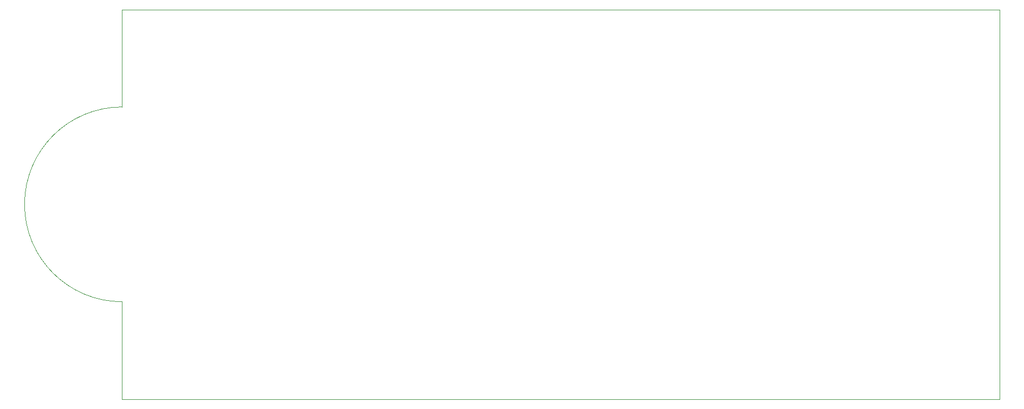
<source format=gbr>
%TF.GenerationSoftware,KiCad,Pcbnew,8.0.8+1*%
%TF.CreationDate,2025-02-28T13:17:04+11:00*%
%TF.ProjectId,vmon,766d6f6e-2e6b-4696-9361-645f70636258,rev?*%
%TF.SameCoordinates,Original*%
%TF.FileFunction,Profile,NP*%
%FSLAX46Y46*%
G04 Gerber Fmt 4.6, Leading zero omitted, Abs format (unit mm)*
G04 Created by KiCad (PCBNEW 8.0.8+1) date 2025-02-28 13:17:04*
%MOMM*%
%LPD*%
G01*
G04 APERTURE LIST*
%TA.AperFunction,Profile*%
%ADD10C,0.050000*%
%TD*%
G04 APERTURE END LIST*
D10*
X187960000Y-68580000D02*
X187960000Y-129540000D01*
X50800000Y-129540000D02*
X50800000Y-114300000D01*
X50800000Y-114300000D02*
G75*
G02*
X50800000Y-83820000I0J15240000D01*
G01*
X187960000Y-129540000D02*
X50800000Y-129540000D01*
X50800000Y-68580000D02*
X187960000Y-68580000D01*
X50800000Y-83820000D02*
X50800000Y-68580000D01*
M02*

</source>
